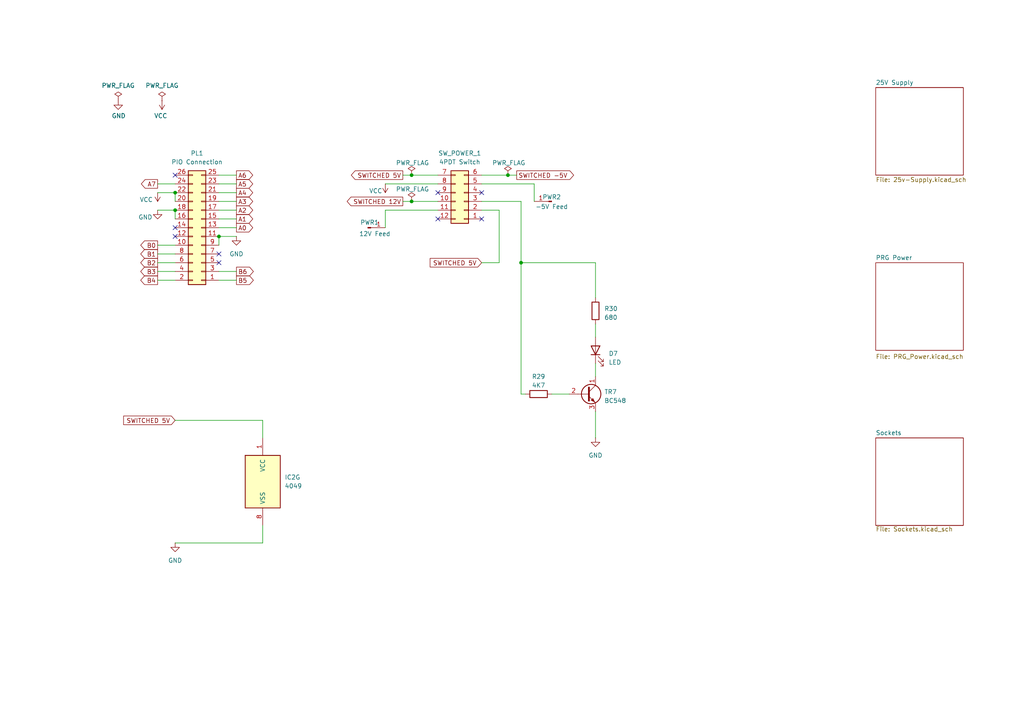
<source format=kicad_sch>
(kicad_sch (version 20250114) (generator "eeschema") (generator_version "9.0")
  (paper "A4")
  (title_block (title "EPROM Burner 2708 / 2716") (date "2025-04-23") (rev "1.4"))
  (lib_symbols
    (symbol "4xxx:4049" (pin_names (offset 1.016))
      (property "Reference" "U" (at 0 1.27 0))
      (property "Value" "4049" (at 0 -1.27 0))
      (symbol "4049_1_0"
        (polyline (pts (xy -3.81 3.81) (xy -3.81 -3.81) (xy 3.81 0) (xy -3.81 3.81)) (stroke (width 0.254)) (fill (type background)))
        (pin input line (at -7.62 0 0) (length 3.81) (name "~") (number "3"))
        (pin output inverted (at 7.62 0 180) (length 3.81) (name "~") (number "2"))
      )
      (symbol "4049_2_0"
        (polyline (pts (xy -3.81 3.81) (xy -3.81 -3.81) (xy 3.81 0) (xy -3.81 3.81)) (stroke (width 0.254)) (fill (type background)))
        (pin input line (at -7.62 0 0) (length 3.81) (name "~") (number "5"))
        (pin output inverted (at 7.62 0 180) (length 3.81) (name "~") (number "4"))
      )
      (symbol "4049_3_0"
        (polyline (pts (xy -3.81 3.81) (xy -3.81 -3.81) (xy 3.81 0) (xy -3.81 3.81)) (stroke (width 0.254)) (fill (type background)))
        (pin input line (at -7.62 0 0) (length 3.81) (name "~") (number "7"))
        (pin output inverted (at 7.62 0 180) (length 3.81) (name "~") (number "6"))
      )
      (symbol "4049_4_0"
        (polyline (pts (xy -3.81 3.81) (xy -3.81 -3.81) (xy 3.81 0) (xy -3.81 3.81)) (stroke (width 0.254)) (fill (type background)))
        (pin input line (at -7.62 0 0) (length 3.81) (name "~") (number "9"))
        (pin output inverted (at 7.62 0 180) (length 3.81) (name "~") (number "10"))
      )
      (symbol "4049_5_0"
        (polyline (pts (xy -3.81 3.81) (xy -3.81 -3.81) (xy 3.81 0) (xy -3.81 3.81)) (stroke (width 0.254)) (fill (type background)))
        (pin input line (at -7.62 0 0) (length 3.81) (name "~") (number "11"))
        (pin output inverted (at 7.62 0 180) (length 3.81) (name "~") (number "12"))
      )
      (symbol "4049_6_0"
        (polyline (pts (xy -3.81 3.81) (xy -3.81 -3.81) (xy 3.81 0) (xy -3.81 3.81)) (stroke (width 0.254)) (fill (type background)))
        (pin input line (at -7.62 0 0) (length 3.81) (name "~") (number "14"))
        (pin output inverted (at 7.62 0 180) (length 3.81) (name "~") (number "15"))
      )
      (symbol "4049_7_0"
        (pin power_in line (at 0 12.7 270) (length 5.08) (name "VCC") (number "1"))
        (pin power_in line (at 0 -12.7 90) (length 5.08) (name "VSS") (number "8"))
      )
      (symbol "4049_7_1"
        (rectangle (start -5.08 7.62) (end 5.08 -7.62) (stroke (width 0.254)) (fill (type background)))
      )
    )
    (symbol "Connector:Conn_01x01_Pin" (pin_names (offset 1.016) (hide yes))
      (property "Reference" "J" (at 0 2.54 0))
      (property "Value" "Conn_01x01_Pin" (at 0 -2.54 0))
      (symbol "Conn_01x01_Pin_1_1"
        (rectangle (start 0.8636 0.127) (end 0 -0.127) (stroke (width 0.1524)) (fill (type outline)))
        (polyline (pts (xy 1.27 0) (xy 0.8636 0)) (stroke (width 0.1524)))
        (pin passive line (at 5.08 0 180) (length 3.81) (name "Pin_1") (number "1"))
      )
    )
    (symbol "Connector_Generic:Conn_02x06_Counter_Clockwise" (pin_names (offset 1.016) (hide yes))
      (property "Reference" "J" (at 1.27 7.62 0))
      (property "Value" "Conn_02x06_Counter_Clockwise" (at 1.27 -10.16 0))
      (symbol "Conn_02x06_Counter_Clockwise_1_1"
        (rectangle (start -1.27 6.35) (end 3.81 -8.89) (stroke (width 0.254)) (fill (type background)))
        (rectangle (start -1.27 5.207) (end 0 4.953) (stroke (width 0.1524)))
        (rectangle (start -1.27 2.667) (end 0 2.413) (stroke (width 0.1524)))
        (rectangle (start -1.27 0.127) (end 0 -0.127) (stroke (width 0.1524)))
        (rectangle (start -1.27 -2.413) (end 0 -2.667) (stroke (width 0.1524)))
        (rectangle (start -1.27 -4.953) (end 0 -5.207) (stroke (width 0.1524)))
        (rectangle (start -1.27 -7.493) (end 0 -7.747) (stroke (width 0.1524)))
        (rectangle (start 3.81 5.207) (end 2.54 4.953) (stroke (width 0.1524)))
        (rectangle (start 3.81 2.667) (end 2.54 2.413) (stroke (width 0.1524)))
        (rectangle (start 3.81 0.127) (end 2.54 -0.127) (stroke (width 0.1524)))
        (rectangle (start 3.81 -2.413) (end 2.54 -2.667) (stroke (width 0.1524)))
        (rectangle (start 3.81 -4.953) (end 2.54 -5.207) (stroke (width 0.1524)))
        (rectangle (start 3.81 -7.493) (end 2.54 -7.747) (stroke (width 0.1524)))
        (pin passive line (at -5.08 5.08 0) (length 3.81) (name "Pin_1") (number "1"))
        (pin passive line (at -5.08 2.54 0) (length 3.81) (name "Pin_2") (number "2"))
        (pin passive line (at -5.08 0 0) (length 3.81) (name "Pin_3") (number "3"))
        (pin passive line (at -5.08 -2.54 0) (length 3.81) (name "Pin_4") (number "4"))
        (pin passive line (at -5.08 -5.08 0) (length 3.81) (name "Pin_5") (number "5"))
        (pin passive line (at -5.08 -7.62 0) (length 3.81) (name "Pin_6") (number "6"))
        (pin passive line (at 7.62 5.08 180) (length 3.81) (name "Pin_12") (number "12"))
        (pin passive line (at 7.62 2.54 180) (length 3.81) (name "Pin_11") (number "11"))
        (pin passive line (at 7.62 0 180) (length 3.81) (name "Pin_10") (number "10"))
        (pin passive line (at 7.62 -2.54 180) (length 3.81) (name "Pin_9") (number "9"))
        (pin passive line (at 7.62 -5.08 180) (length 3.81) (name "Pin_8") (number "8"))
        (pin passive line (at 7.62 -7.62 180) (length 3.81) (name "Pin_7") (number "7"))
      )
    )
    (symbol "Connector_Generic:Conn_02x13_Odd_Even" (pin_names (offset 1.016) (hide yes))
      (property "Reference" "J" (at 1.27 17.78 0))
      (property "Value" "Conn_02x13_Odd_Even" (at 1.27 -17.78 0))
      (symbol "Conn_02x13_Odd_Even_1_1"
        (rectangle (start -1.27 16.51) (end 3.81 -16.51) (stroke (width 0.254)) (fill (type background)))
        (rectangle (start -1.27 15.367) (end 0 15.113) (stroke (width 0.1524)))
        (rectangle (start -1.27 12.827) (end 0 12.573) (stroke (width 0.1524)))
        (rectangle (start -1.27 10.287) (end 0 10.033) (stroke (width 0.1524)))
        (rectangle (start -1.27 7.747) (end 0 7.493) (stroke (width 0.1524)))
        (rectangle (start -1.27 5.207) (end 0 4.953) (stroke (width 0.1524)))
        (rectangle (start -1.27 2.667) (end 0 2.413) (stroke (width 0.1524)))
        (rectangle (start -1.27 0.127) (end 0 -0.127) (stroke (width 0.1524)))
        (rectangle (start -1.27 -2.413) (end 0 -2.667) (stroke (width 0.1524)))
        (rectangle (start -1.27 -4.953) (end 0 -5.207) (stroke (width 0.1524)))
        (rectangle (start -1.27 -7.493) (end 0 -7.747) (stroke (width 0.1524)))
        (rectangle (start -1.27 -10.033) (end 0 -10.287) (stroke (width 0.1524)))
        (rectangle (start -1.27 -12.573) (end 0 -12.827) (stroke (width 0.1524)))
        (rectangle (start -1.27 -15.113) (end 0 -15.367) (stroke (width 0.1524)))
        (rectangle (start 3.81 15.367) (end 2.54 15.113) (stroke (width 0.1524)))
        (rectangle (start 3.81 12.827) (end 2.54 12.573) (stroke (width 0.1524)))
        (rectangle (start 3.81 10.287) (end 2.54 10.033) (stroke (width 0.1524)))
        (rectangle (start 3.81 7.747) (end 2.54 7.493) (stroke (width 0.1524)))
        (rectangle (start 3.81 5.207) (end 2.54 4.953) (stroke (width 0.1524)))
        (rectangle (start 3.81 2.667) (end 2.54 2.413) (stroke (width 0.1524)))
        (rectangle (start 3.81 0.127) (end 2.54 -0.127) (stroke (width 0.1524)))
        (rectangle (start 3.81 -2.413) (end 2.54 -2.667) (stroke (width 0.1524)))
        (rectangle (start 3.81 -4.953) (end 2.54 -5.207) (stroke (width 0.1524)))
        (rectangle (start 3.81 -7.493) (end 2.54 -7.747) (stroke (width 0.1524)))
        (rectangle (start 3.81 -10.033) (end 2.54 -10.287) (stroke (width 0.1524)))
        (rectangle (start 3.81 -12.573) (end 2.54 -12.827) (stroke (width 0.1524)))
        (rectangle (start 3.81 -15.113) (end 2.54 -15.367) (stroke (width 0.1524)))
        (pin passive line (at -5.08 15.24 0) (length 3.81) (name "Pin_1") (number "1"))
        (pin passive line (at -5.08 12.7 0) (length 3.81) (name "Pin_3") (number "3"))
        (pin passive line (at -5.08 10.16 0) (length 3.81) (name "Pin_5") (number "5"))
        (pin passive line (at -5.08 7.62 0) (length 3.81) (name "Pin_7") (number "7"))
        (pin passive line (at -5.08 5.08 0) (length 3.81) (name "Pin_9") (number "9"))
        (pin passive line (at -5.08 2.54 0) (length 3.81) (name "Pin_11") (number "11"))
        (pin passive line (at -5.08 0 0) (length 3.81) (name "Pin_13") (number "13"))
        (pin passive line (at -5.08 -2.54 0) (length 3.81) (name "Pin_15") (number "15"))
        (pin passive line (at -5.08 -5.08 0) (length 3.81) (name "Pin_17") (number "17"))
        (pin passive line (at -5.08 -7.62 0) (length 3.81) (name "Pin_19") (number "19"))
        (pin passive line (at -5.08 -10.16 0) (length 3.81) (name "Pin_21") (number "21"))
        (pin passive line (at -5.08 -12.7 0) (length 3.81) (name "Pin_23") (number "23"))
        (pin passive line (at -5.08 -15.24 0) (length 3.81) (name "Pin_25") (number "25"))
        (pin passive line (at 7.62 15.24 180) (length 3.81) (name "Pin_2") (number "2"))
        (pin passive line (at 7.62 12.7 180) (length 3.81) (name "Pin_4") (number "4"))
        (pin passive line (at 7.62 10.16 180) (length 3.81) (name "Pin_6") (number "6"))
        (pin passive line (at 7.62 7.62 180) (length 3.81) (name "Pin_8") (number "8"))
        (pin passive line (at 7.62 5.08 180) (length 3.81) (name "Pin_10") (number "10"))
        (pin passive line (at 7.62 2.54 180) (length 3.81) (name "Pin_12") (number "12"))
        (pin passive line (at 7.62 0 180) (length 3.81) (name "Pin_14") (number "14"))
        (pin passive line (at 7.62 -2.54 180) (length 3.81) (name "Pin_16") (number "16"))
        (pin passive line (at 7.62 -5.08 180) (length 3.81) (name "Pin_18") (number "18"))
        (pin passive line (at 7.62 -7.62 180) (length 3.81) (name "Pin_20") (number "20"))
        (pin passive line (at 7.62 -10.16 180) (length 3.81) (name "Pin_22") (number "22"))
        (pin passive line (at 7.62 -12.7 180) (length 3.81) (name "Pin_24") (number "24"))
        (pin passive line (at 7.62 -15.24 180) (length 3.81) (name "Pin_26") (number "26"))
      )
    )
    (symbol "Device:LED" (pin_numbers (hide yes)) (pin_names (offset 1.016) (hide yes))
      (property "Reference" "D" (at 0 2.54 0))
      (property "Value" "LED" (at 0 -2.54 0))
      (symbol "LED_0_1"
        (polyline (pts (xy -3.048 -0.762) (xy -4.572 -2.286) (xy -3.81 -2.286) (xy -4.572 -2.286) (xy -4.572 -1.524)))
        (polyline (pts (xy -1.778 -0.762) (xy -3.302 -2.286) (xy -2.54 -2.286) (xy -3.302 -2.286) (xy -3.302 -1.524)))
        (polyline (pts (xy -1.27 0) (xy 1.27 0)))
        (polyline (pts (xy -1.27 -1.27) (xy -1.27 1.27)) (stroke (width 0.254)))
        (polyline (pts (xy 1.27 -1.27) (xy 1.27 1.27) (xy -1.27 0) (xy 1.27 -1.27)) (stroke (width 0.254)))
      )
      (symbol "LED_1_1"
        (pin passive line (at -3.81 0 0) (length 2.54) (name "K") (number "1"))
        (pin passive line (at 3.81 0 180) (length 2.54) (name "A") (number "2"))
      )
    )
    (symbol "Device:R" (pin_numbers (hide yes)) (pin_names (offset 0))
      (property "Reference" "R" (at 2.032 0 90))
      (property "Value" "R" (at 0 0 90))
      (symbol "R_0_1"
        (rectangle (start -1.016 -2.54) (end 1.016 2.54) (stroke (width 0.254)))
      )
      (symbol "R_1_1"
        (pin passive line (at 0 3.81 270) (length 1.27) (name "~") (number "1"))
        (pin passive line (at 0 -3.81 90) (length 1.27) (name "~") (number "2"))
      )
    )
    (symbol "Transistor_BJT:BC548" (pin_names (offset 0) (hide yes))
      (property "Reference" "Q" (at 5.08 1.905 0))
      (property "Value" "BC548" (at 5.08 0 0))
      (symbol "BC548_0_1"
        (polyline (pts (xy -2.54 0) (xy 0.635 0)))
        (polyline (pts (xy 0.635 1.905) (xy 0.635 -1.905)) (stroke (width 0.508)))
        (circle (center 1.27 0) (radius 2.8194) (stroke (width 0.254)))
      )
      (symbol "BC548_1_1"
        (polyline (pts (xy 0.635 0.635) (xy 2.54 2.54)))
        (polyline (pts (xy 0.635 -0.635) (xy 2.54 -2.54)))
        (polyline (pts (xy 1.27 -1.778) (xy 1.778 -1.27) (xy 2.286 -2.286) (xy 1.27 -1.778)) (fill (type outline)))
        (pin input line (at -5.08 0 0) (length 2.54) (name "B") (number "2"))
        (pin passive line (at 2.54 5.08 270) (length 2.54) (name "C") (number "1"))
        (pin passive line (at 2.54 -5.08 90) (length 2.54) (name "E") (number "3"))
      )
    )
    (symbol "power:GND" (power) (pin_numbers (hide yes)) (pin_names (offset 0) (hide yes))
      (property "Value" "GND" (at 0 -3.81 0))
      (symbol "GND_0_1"
        (polyline (pts (xy 0 0) (xy 0 -1.27) (xy 1.27 -1.27) (xy 0 -2.54) (xy -1.27 -1.27) (xy 0 -1.27)))
      )
      (symbol "GND_1_1"
        (pin power_in line (at 0 0 270) (length 0) (name "~") (number "1"))
      )
    )
    (symbol "power:PWR_FLAG" (power) (pin_numbers (hide yes)) (pin_names (offset 0) (hide yes))
      (property "Value" "PWR_FLAG" (at 0 3.81 0))
      (symbol "PWR_FLAG_0_0"
        (pin power_out line (at 0 0 90) (length 0) (name "~") (number "1"))
      )
      (symbol "PWR_FLAG_0_1"
        (polyline (pts (xy 0 0) (xy 0 1.27) (xy -1.016 1.905) (xy 0 2.54) (xy 1.016 1.905) (xy 0 1.27)))
      )
    )
    (symbol "power:VCC" (power) (pin_numbers (hide yes)) (pin_names (offset 0) (hide yes))
      (property "Value" "VCC" (at 0 3.556 0))
      (symbol "VCC_0_1"
        (polyline (pts (xy -0.762 1.27) (xy 0 2.54)))
        (polyline (pts (xy 0 2.54) (xy 0.762 1.27)))
        (polyline (pts (xy 0 0) (xy 0 2.54)))
      )
      (symbol "VCC_1_1"
        (pin power_in line (at 0 0 90) (length 0) (name "~") (number "1"))
      )
    )
  )
  (junction (at 50.8 60.96))
  (junction (at 119.38 50.8))
  (junction (at 50.8 55.88))
  (junction (at 63.5 68.58))
  (junction (at 119.38 58.42))
  (junction (at 147.32 50.8))
  (junction (at 151.13 76.2))
  (no_connect (at 50.8 66.04))
  (no_connect (at 63.5 73.66))
  (no_connect (at 63.5 76.2))
  (no_connect (at 50.8 68.58))
  (no_connect (at 139.7 55.88))
  (no_connect (at 139.7 63.5))
  (no_connect (at 127 55.88))
  (no_connect (at 127 63.5))
  (no_connect (at 50.8 50.8))
  (wire (pts (xy 172.72 76.2) (xy 151.13 76.2)))
  (wire (pts (xy 63.5 66.04) (xy 68.58 66.04)))
  (wire (pts (xy 111.76 60.96) (xy 127 60.96)))
  (wire (pts (xy 63.5 50.8) (xy 68.58 50.8)))
  (wire (pts (xy 152.4 114.3) (xy 151.13 114.3)))
  (wire (pts (xy 50.8 121.92) (xy 76.2 121.92)))
  (wire (pts (xy 147.32 50.8) (xy 139.7 50.8)))
  (wire (pts (xy 149.86 50.8) (xy 147.32 50.8)))
  (wire (pts (xy 151.13 114.3) (xy 151.13 76.2)))
  (wire (pts (xy 116.84 50.8) (xy 119.38 50.8)))
  (wire (pts (xy 63.5 55.88) (xy 68.58 55.88)))
  (wire (pts (xy 45.72 55.88) (xy 50.8 55.88)))
  (wire (pts (xy 50.8 157.48) (xy 76.2 157.48)))
  (wire (pts (xy 63.5 58.42) (xy 68.58 58.42)))
  (wire (pts (xy 63.5 68.58) (xy 63.5 71.12)))
  (wire (pts (xy 172.72 119.38) (xy 172.72 127)))
  (wire (pts (xy 50.8 78.74) (xy 45.72 78.74)))
  (wire (pts (xy 50.8 73.66) (xy 45.72 73.66)))
  (wire (pts (xy 45.72 60.96) (xy 50.8 60.96)))
  (wire (pts (xy 63.5 60.96) (xy 68.58 60.96)))
  (wire (pts (xy 119.38 50.8) (xy 127 50.8)))
  (wire (pts (xy 63.5 81.28) (xy 68.58 81.28)))
  (wire (pts (xy 139.7 53.34) (xy 154.94 53.34)))
  (wire (pts (xy 50.8 55.88) (xy 50.8 58.42)))
  (wire (pts (xy 172.72 105.41) (xy 172.72 109.22)))
  (wire (pts (xy 63.5 53.34) (xy 68.58 53.34)))
  (wire (pts (xy 76.2 152.4) (xy 76.2 157.48)))
  (wire (pts (xy 116.84 58.42) (xy 119.38 58.42)))
  (wire (pts (xy 63.5 78.74) (xy 68.58 78.74)))
  (wire (pts (xy 76.2 121.92) (xy 76.2 127)))
  (wire (pts (xy 111.76 53.34) (xy 127 53.34)))
  (wire (pts (xy 50.8 60.96) (xy 50.8 63.5)))
  (wire (pts (xy 50.8 71.12) (xy 45.72 71.12)))
  (wire (pts (xy 144.78 60.96) (xy 139.7 60.96)))
  (wire (pts (xy 151.13 58.42) (xy 139.7 58.42)))
  (wire (pts (xy 154.94 53.34) (xy 154.94 58.42)))
  (wire (pts (xy 144.78 76.2) (xy 144.78 60.96)))
  (wire (pts (xy 50.8 76.2) (xy 45.72 76.2)))
  (wire (pts (xy 119.38 58.42) (xy 127 58.42)))
  (wire (pts (xy 45.72 53.34) (xy 50.8 53.34)))
  (wire (pts (xy 172.72 93.98) (xy 172.72 97.79)))
  (wire (pts (xy 160.02 114.3) (xy 165.1 114.3)))
  (wire (pts (xy 172.72 86.36) (xy 172.72 76.2)))
  (wire (pts (xy 63.5 68.58) (xy 68.58 68.58)))
  (wire (pts (xy 63.5 63.5) (xy 68.58 63.5)))
  (wire (pts (xy 139.7 76.2) (xy 144.78 76.2)))
  (wire (pts (xy 50.8 81.28) (xy 45.72 81.28)))
  (wire (pts (xy 151.13 76.2) (xy 151.13 58.42)))
  (wire (pts (xy 111.76 60.96) (xy 111.76 66.04)))
  (global_label "B6" (shape output) (at 68.58 78.74 0) (property "Intersheetrefs" "${INTERSHEET_REFS}" (effects (hide yes))))
  (global_label "B5" (shape output) (at 68.58 81.28 0) (property "Intersheetrefs" "${INTERSHEET_REFS}" (effects (hide yes))))
  (global_label "A7" (shape output) (at 45.72 53.34 180) (property "Intersheetrefs" "${INTERSHEET_REFS}" (effects (hide yes))))
  (global_label "B1" (shape output) (at 45.72 73.66 180) (property "Intersheetrefs" "${INTERSHEET_REFS}" (effects (hide yes))))
  (global_label "A5" (shape output) (at 68.58 53.34 0) (property "Intersheetrefs" "${INTERSHEET_REFS}" (effects (hide yes))))
  (global_label "B0" (shape output) (at 45.72 71.12 180) (property "Intersheetrefs" "${INTERSHEET_REFS}" (effects (hide yes))))
  (global_label "A3" (shape output) (at 68.58 58.42 0) (property "Intersheetrefs" "${INTERSHEET_REFS}" (effects (hide yes))))
  (global_label "A1" (shape output) (at 68.58 63.5 0) (property "Intersheetrefs" "${INTERSHEET_REFS}" (effects (hide yes))))
  (global_label "SWITCHED 5V" (shape input) (at 139.7 76.2 180) (property "Intersheetrefs" "${INTERSHEET_REFS}" (effects (hide yes))))
  (global_label "A6" (shape output) (at 68.58 50.8 0) (property "Intersheetrefs" "${INTERSHEET_REFS}" (effects (hide yes))))
  (global_label "SWITCHED -5V" (shape output) (at 149.86 50.8 0) (property "Intersheetrefs" "${INTERSHEET_REFS}" (effects (hide yes))))
  (global_label "SWITCHED 5V" (shape input) (at 50.8 121.92 180) (property "Intersheetrefs" "${INTERSHEET_REFS}" (effects (hide yes))))
  (global_label "SWITCHED 12V" (shape output) (at 116.84 58.42 180) (property "Intersheetrefs" "${INTERSHEET_REFS}" (effects (hide yes))))
  (global_label "SWITCHED 5V" (shape output) (at 116.84 50.8 180) (property "Intersheetrefs" "${INTERSHEET_REFS}" (effects (hide yes))))
  (global_label "B2" (shape output) (at 45.72 76.2 180) (property "Intersheetrefs" "${INTERSHEET_REFS}" (effects (hide yes))))
  (global_label "A2" (shape output) (at 68.58 60.96 0) (property "Intersheetrefs" "${INTERSHEET_REFS}" (effects (hide yes))))
  (global_label "B4" (shape output) (at 45.72 81.28 180) (property "Intersheetrefs" "${INTERSHEET_REFS}" (effects (hide yes))))
  (global_label "B3" (shape output) (at 45.72 78.74 180) (property "Intersheetrefs" "${INTERSHEET_REFS}" (effects (hide yes))))
  (global_label "A4" (shape output) (at 68.58 55.88 0) (property "Intersheetrefs" "${INTERSHEET_REFS}" (effects (hide yes))))
  (global_label "A0" (shape output) (at 68.58 66.04 0) (property "Intersheetrefs" "${INTERSHEET_REFS}" (effects (hide yes))))
  (symbol (lib_id "power:PWR_FLAG") (at 34.29 29.21 0) (unit 1)
    (property "Reference" "#FLG0101" (effects (hide yes)))
    (property "Value" "PWR_FLAG" (at 34.29 24.8158 0))
    (property "Description" "Special symbol for telling ERC where power comes from" (effects (hide yes)))
  )
  (symbol (lib_id "power:GND") (at 34.29 29.21 0) (unit 1)
    (property "Reference" "#PWR0116" (effects (hide yes)))
    (property "Value" "GND" (at 34.417 33.6042 0))
    (property "Description" "Power symbol creates a global label with name \"GND\" , ground" (effects (hide yes)))
  )
  (symbol (lib_id "power:PWR_FLAG") (at 46.99 29.21 0) (unit 1)
    (property "Reference" "#FLG0102" (effects (hide yes)))
    (property "Value" "PWR_FLAG" (at 46.99 24.8158 0))
    (property "Description" "Special symbol for telling ERC where power comes from" (effects (hide yes)))
  )
  (symbol (lib_id "power:VCC") (at 46.99 29.21 180) (unit 1)
    (property "Reference" "#PWR0117" (effects (hide yes)))
    (property "Value" "VCC" (at 46.609 33.6042 0))
    (property "Description" "Power symbol creates a global label with name \"VCC\"" (effects (hide yes)))
  )
  (symbol (lib_id "4xxx:4049") (at 76.2 139.7 0) (unit 7)
    (property "Reference" "IC2" (at 82.55 138.4299 0) (effects (justify left)))
    (property "Value" "4049" (at 82.55 140.9699 0) (effects (justify left)))
    (property "Footprint" "Package_DIP:DIP-16_W7.62mm_Socket" (effects (hide yes)))
    (property "Datasheet" "http://www.intersil.com/content/dam/intersil/documents/cd40/cd4049ubms.pdf" (effects (hide yes)))
    (property "Description" "Hex Buffer Inverter" (effects (hide yes)))
  )
  (symbol (lib_id "power:VCC") (at 111.76 53.34 180) (unit 1)
    (property "Reference" "#PWR0125" (effects (hide yes)))
    (property "Value" "VCC" (at 108.966 55.372 0))
    (property "Description" "Power symbol creates a global label with name \"VCC\"" (effects (hide yes)))
  )
  (symbol (lib_id "Connector_Generic:Conn_02x06_Counter_Clockwise") (at 134.62 58.42 180) (unit 1)
    (property "Reference" "SW_POWER_1" (at 133.35 44.45 0))
    (property "Value" "4PDT Switch" (at 133.35 46.99 0))
    (property "Footprint" "Package_DIP:DIP-12_W7.62mm_Socket" (effects (hide yes)))
    (property "Description" "Generic connector, double row, 02x06, counter clockwise pin numbering scheme (similar to DIP package numbering), script generated (kicad-library-utils/schlib/autogen/connector/)" (effects (hide yes)))
  )
  (symbol (lib_id "Connector_Generic:Conn_02x13_Odd_Even") (at 58.42 66.04 180) (unit 1)
    (property "Reference" "PL1" (at 57.15 44.45 0))
    (property "Value" "PIO Connection" (at 57.15 46.99 0))
    (property "Footprint" "Connector_PinHeader_2.54mm:PinHeader_2x13_P2.54mm_Vertical" (effects (hide yes)))
    (property "Description" "Generic connector, double row, 02x13, odd/even pin numbering scheme (row 1 odd numbers, row 2 even numbers), script generated (kicad-library-utils/schlib/autogen/connector/)" (effects (hide yes)))
  )
  (symbol (lib_id "power:PWR_FLAG") (at 119.38 50.8 0) (unit 1)
    (property "Reference" "#FLG0107" (effects (hide yes)))
    (property "Value" "PWR_FLAG" (at 119.634 47.244 0))
    (property "Description" "Special symbol for telling ERC where power comes from" (effects (hide yes)))
  )
  (symbol (lib_id "Transistor_BJT:BC548") (at 170.18 114.3 0) (unit 1)
    (property "Reference" "TR7" (at 175.26 113.665 0) (effects (justify left)))
    (property "Value" "BC548" (at 175.26 116.205 0) (effects (justify left)))
    (property "Footprint" "Package_TO_SOT_THT:TO-92_Inline_Wide" (effects (hide yes)))
    (property "Datasheet" "https://www.onsemi.com/pub/Collateral/BC550-D.pdf" (effects (hide yes)))
    (property "Description" "0.1A Ic, 30V Vce, Small Signal NPN Transistor, TO-92" (effects (hide yes)))
  )
  (symbol (lib_id "power:GND") (at 68.58 68.58 0) (unit 1)
    (property "Reference" "#PWR0127" (effects (hide yes)))
    (property "Value" "GND" (at 68.58 73.66 0))
    (property "Description" "Power symbol creates a global label with name \"GND\" , ground" (effects (hide yes)))
  )
  (symbol (lib_id "power:PWR_FLAG") (at 119.38 58.42 0) (unit 1)
    (property "Reference" "#FLG0105" (effects (hide yes)))
    (property "Value" "PWR_FLAG" (at 119.634 54.864 0))
    (property "Description" "Special symbol for telling ERC where power comes from" (effects (hide yes)))
  )
  (symbol (lib_id "Device:R") (at 156.21 114.3 90) (unit 1)
    (property "Reference" "R29" (at 156.21 109.22 90))
    (property "Value" "4K7" (at 156.21 111.76 90))
    (property "Footprint" "Resistor_THT:R_Axial_DIN0309_L9.0mm_D3.2mm_P12.70mm_Horizontal" (effects (hide yes)))
    (property "Description" "Resistor" (effects (hide yes)))
  )
  (symbol (lib_id "Device:LED") (at 172.72 101.6 90) (unit 1)
    (property "Reference" "D7" (at 176.53 102.5525 90) (effects (justify right)))
    (property "Value" "LED" (at 176.53 105.0925 90) (effects (justify right)))
    (property "Footprint" "LED_THT:LED_D3.0mm" (effects (hide yes)))
    (property "Description" "Light emitting diode" (effects (hide yes)))
    (property "Sim.Pins" "1=K 2=A" (effects (hide yes)))
  )
  (symbol (lib_id "power:PWR_FLAG") (at 147.32 50.8 0) (unit 1)
    (property "Reference" "#FLG0106" (effects (hide yes)))
    (property "Value" "PWR_FLAG" (at 147.574 47.244 0))
    (property "Description" "Special symbol for telling ERC where power comes from" (effects (hide yes)))
  )
  (symbol (lib_id "power:GND") (at 172.72 127 0) (unit 1)
    (property "Reference" "#PWR01" (effects (hide yes)))
    (property "Value" "GND" (at 172.72 132.08 0))
    (property "Description" "Power symbol creates a global label with name \"GND\" , ground" (effects (hide yes)))
  )
  (symbol (lib_id "Device:R") (at 172.72 90.17 0) (unit 1)
    (property "Reference" "R30" (at 175.26 89.535 0) (effects (justify left)))
    (property "Value" "680" (at 175.26 92.075 0) (effects (justify left)))
    (property "Footprint" "Resistor_THT:R_Axial_DIN0309_L9.0mm_D3.2mm_P12.70mm_Horizontal" (effects (hide yes)))
    (property "Description" "Resistor" (effects (hide yes)))
  )
  (symbol (lib_id "power:GND") (at 45.72 60.96 0) (unit 1)
    (property "Reference" "#PWR0104" (effects (hide yes)))
    (property "Value" "GND" (at 42.164 62.992 0))
    (property "Description" "Power symbol creates a global label with name \"GND\" , ground" (effects (hide yes)))
  )
  (symbol (lib_id "Connector:Conn_01x01_Pin") (at 106.68 66.04 0) (unit 1)
    (property "Reference" "PWR1" (at 107.188 64.516 0))
    (property "Value" "12V Feed" (at 108.712 67.818 0))
    (property "Footprint" "TestPoint:TestPoint_THTPad_D2.0mm_Drill1.0mm" (effects (hide yes)))
    (property "Description" "Generic connector, single row, 01x01, script generated" (effects (hide yes)))
  )
  (symbol (lib_id "power:GND") (at 50.8 157.48 0) (unit 1)
    (property "Reference" "#PWR0111" (effects (hide yes)))
    (property "Value" "GND" (at 50.8 162.56 0))
    (property "Description" "Power symbol creates a global label with name \"GND\" , ground" (effects (hide yes)))
  )
  (symbol (lib_id "Connector:Conn_01x01_Pin") (at 160.02 58.42 180) (unit 1)
    (property "Reference" "PWR2" (at 160.02 57.15 0))
    (property "Value" "-5V Feed" (at 160.02 59.944 0))
    (property "Footprint" "TestPoint:TestPoint_THTPad_D2.0mm_Drill1.0mm" (effects (hide yes)))
    (property "Description" "Generic connector, single row, 01x01, script generated" (effects (hide yes)))
  )
  (symbol (lib_id "power:VCC") (at 45.72 55.88 180) (unit 1)
    (property "Reference" "#PWR0105" (effects (hide yes)))
    (property "Value" "VCC" (at 42.418 57.912 0))
    (property "Description" "Power symbol creates a global label with name \"VCC\"" (effects (hide yes)))
  )
  (sheet (at 254 76.2) (size 25.4 25.4) (stroke (width 0.1524))
    (property "Sheetname" "PRG Power" (at 254 75.4884 0) (effects (justify left bottom)))
    (property "Sheetfile" "PRG_Power.kicad_sch" (at 254 102.6926 0) (effects (justify left top)))
  )
  (sheet (at 254 25.4) (size 25.4 25.4) (stroke (width 0.1524))
    (property "Sheetname" "25V Supply" (at 254 24.6884 0) (effects (justify left bottom)))
    (property "Sheetfile" "25v-Supply.kicad_sch" (at 254 51.3846 0) (effects (justify left top)))
  )
  (sheet (at 254 127) (size 25.4 25.4) (stroke (width 0.1524))
    (property "Sheetname" "Sockets" (at 254 126.2884 0) (effects (justify left bottom)))
    (property "Sheetfile" "Sockets.kicad_sch" (at 254 152.7306 0) (effects (justify left top)))
  )
)
</source>
